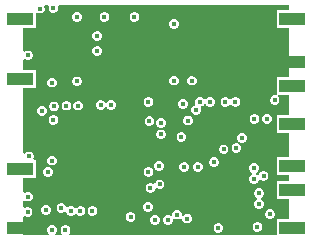
<source format=gbl>
G04*
G04 #@! TF.GenerationSoftware,Altium Limited,Altium Designer,23.3.1 (30)*
G04*
G04 Layer_Physical_Order=4*
G04 Layer_Color=16711680*
%FSLAX44Y44*%
%MOMM*%
G71*
G04*
G04 #@! TF.SameCoordinates,837CF2E7-3A67-4F18-B0B9-64CBEB55FE63*
G04*
G04*
G04 #@! TF.FilePolarity,Positive*
G04*
G01*
G75*
%ADD74R,2.2000X1.1000*%
%ADD75C,0.4064*%
%ADD76C,0.5000*%
%ADD77C,0.3556*%
G36*
X303610Y244222D02*
X293038D01*
Y229158D01*
X303610D01*
Y187222D01*
X293038D01*
Y172739D01*
X292349Y171869D01*
X291956Y171704D01*
X290602D01*
X289108Y171085D01*
X287965Y169942D01*
X287346Y168448D01*
Y166832D01*
X287965Y165338D01*
X289108Y164195D01*
X290602Y163576D01*
X292218D01*
X293712Y164195D01*
X294855Y165338D01*
X295474Y166832D01*
Y168448D01*
X294855Y169942D01*
X293909Y170888D01*
X294114Y171821D01*
X294299Y172158D01*
X303610D01*
Y155222D01*
X293038D01*
Y140158D01*
X303610D01*
Y119222D01*
X293038D01*
Y104158D01*
X303610D01*
Y99222D01*
X293038D01*
Y84158D01*
X303610D01*
Y67222D01*
X293038D01*
Y53390D01*
X117525D01*
X116999Y54660D01*
X117745Y55406D01*
X118364Y56900D01*
Y58517D01*
X117745Y60011D01*
X116602Y61154D01*
X115108Y61772D01*
X113492D01*
X111998Y61154D01*
X110855Y60011D01*
X110236Y58517D01*
Y56900D01*
X110855Y55406D01*
X111601Y54660D01*
X111075Y53390D01*
X106095D01*
X105569Y54660D01*
X106315Y55406D01*
X106934Y56900D01*
Y58517D01*
X106315Y60011D01*
X105172Y61154D01*
X103678Y61772D01*
X102062D01*
X100568Y61154D01*
X99425Y60011D01*
X98806Y58517D01*
Y56900D01*
X99425Y55406D01*
X100171Y54660D01*
X99645Y53390D01*
X78790D01*
Y69222D01*
X79471Y69605D01*
X80060Y69819D01*
X81433Y69250D01*
X83049D01*
X84543Y69869D01*
X85686Y71012D01*
X86305Y72505D01*
Y74122D01*
X85686Y75616D01*
X84543Y76759D01*
X83049Y77378D01*
X81433D01*
X80060Y76809D01*
X79471Y77023D01*
X78790Y77406D01*
Y82169D01*
X80060Y82695D01*
X80118Y82637D01*
X81611Y82018D01*
X83228D01*
X84722Y82637D01*
X85865Y83780D01*
X86484Y85274D01*
Y86891D01*
X85865Y88385D01*
X84722Y89528D01*
X83228Y90146D01*
X81611D01*
X80118Y89528D01*
X80060Y89469D01*
X78790Y89996D01*
Y102158D01*
X89232D01*
Y117222D01*
X87865D01*
X87142Y118492D01*
X87525Y119417D01*
Y121033D01*
X86906Y122527D01*
X85763Y123670D01*
X84269Y124289D01*
X82653D01*
X81159Y123670D01*
X80060Y122571D01*
X79827Y122582D01*
X78790Y122886D01*
Y177958D01*
X89232D01*
Y193022D01*
X78790D01*
Y201897D01*
X80060Y202423D01*
X80248Y202235D01*
X81742Y201616D01*
X83358D01*
X84852Y202235D01*
X85995Y203378D01*
X86614Y204872D01*
Y206488D01*
X85995Y207982D01*
X84852Y209125D01*
X83358Y209744D01*
X81742D01*
X80248Y209125D01*
X80060Y208937D01*
X78790Y209463D01*
Y229158D01*
X89232D01*
Y241234D01*
X90408Y241855D01*
X91902Y241236D01*
X93518D01*
X95012Y241855D01*
X96155Y242998D01*
X96774Y244492D01*
Y246108D01*
X96429Y246940D01*
X97206Y248210D01*
X99356D01*
X100204Y246940D01*
X100079Y246639D01*
Y245022D01*
X100698Y243528D01*
X101841Y242385D01*
X103335Y241766D01*
X104952D01*
X106445Y242385D01*
X107589Y243528D01*
X108207Y245022D01*
Y246639D01*
X108082Y246940D01*
X108931Y248210D01*
X303610D01*
Y244222D01*
D02*
G37*
%LPC*%
G36*
X173528Y242364D02*
X171912D01*
X170418Y241745D01*
X169275Y240602D01*
X168656Y239108D01*
Y237492D01*
X169275Y235998D01*
X170418Y234855D01*
X171912Y234236D01*
X173528D01*
X175022Y234855D01*
X176165Y235998D01*
X176784Y237492D01*
Y239108D01*
X176165Y240602D01*
X175022Y241745D01*
X173528Y242364D01*
D02*
G37*
G36*
X148128D02*
X146512D01*
X145018Y241745D01*
X143875Y240602D01*
X143256Y239108D01*
Y237492D01*
X143875Y235998D01*
X145018Y234855D01*
X146512Y234236D01*
X148128D01*
X149622Y234855D01*
X150765Y235998D01*
X151384Y237492D01*
Y239108D01*
X150765Y240602D01*
X149622Y241745D01*
X148128Y242364D01*
D02*
G37*
G36*
X124965Y242122D02*
X123349D01*
X121855Y241503D01*
X120712Y240360D01*
X120093Y238866D01*
Y237250D01*
X120712Y235756D01*
X121855Y234613D01*
X123349Y233994D01*
X124965D01*
X126459Y234613D01*
X127602Y235756D01*
X128221Y237250D01*
Y238866D01*
X127602Y240360D01*
X126459Y241503D01*
X124965Y242122D01*
D02*
G37*
G36*
X207028Y236344D02*
X205412D01*
X203918Y235725D01*
X202775Y234582D01*
X202156Y233088D01*
Y231472D01*
X202775Y229978D01*
X203918Y228835D01*
X205412Y228216D01*
X207028D01*
X208522Y228835D01*
X209665Y229978D01*
X210284Y231472D01*
Y233088D01*
X209665Y234582D01*
X208522Y235725D01*
X207028Y236344D01*
D02*
G37*
G36*
X142078Y226314D02*
X140462D01*
X138968Y225695D01*
X137825Y224552D01*
X137206Y223058D01*
Y221442D01*
X137825Y219948D01*
X138968Y218805D01*
X140462Y218186D01*
X142078D01*
X143572Y218805D01*
X144715Y219948D01*
X145334Y221442D01*
Y223058D01*
X144715Y224552D01*
X143572Y225695D01*
X142078Y226314D01*
D02*
G37*
G36*
Y213614D02*
X140462D01*
X138968Y212995D01*
X137825Y211852D01*
X137206Y210358D01*
Y208742D01*
X137825Y207248D01*
X138968Y206105D01*
X140462Y205486D01*
X142078D01*
X143572Y206105D01*
X144715Y207248D01*
X145334Y208742D01*
Y210358D01*
X144715Y211852D01*
X143572Y212995D01*
X142078Y213614D01*
D02*
G37*
G36*
X222028Y188344D02*
X220412D01*
X218918Y187725D01*
X217775Y186582D01*
X217156Y185088D01*
Y183472D01*
X217775Y181978D01*
X218918Y180835D01*
X220412Y180216D01*
X222028D01*
X223522Y180835D01*
X224665Y181978D01*
X225284Y183472D01*
Y185088D01*
X224665Y186582D01*
X223522Y187725D01*
X222028Y188344D01*
D02*
G37*
G36*
X207028D02*
X205412D01*
X203918Y187725D01*
X202775Y186582D01*
X202156Y185088D01*
Y183472D01*
X202775Y181978D01*
X203918Y180835D01*
X205412Y180216D01*
X207028D01*
X208522Y180835D01*
X209665Y181978D01*
X210284Y183472D01*
Y185088D01*
X209665Y186582D01*
X208522Y187725D01*
X207028Y188344D01*
D02*
G37*
G36*
X124981Y187723D02*
X123365D01*
X121871Y187104D01*
X120728Y185961D01*
X120109Y184467D01*
Y182850D01*
X120728Y181357D01*
X121871Y180214D01*
X123365Y179595D01*
X124981D01*
X126475Y180214D01*
X127618Y181357D01*
X128237Y182850D01*
Y184467D01*
X127618Y185961D01*
X126475Y187104D01*
X124981Y187723D01*
D02*
G37*
G36*
X103671Y186625D02*
X102054D01*
X100560Y186007D01*
X99417Y184864D01*
X98799Y183370D01*
Y181753D01*
X99417Y180259D01*
X100560Y179116D01*
X102054Y178498D01*
X103671D01*
X105165Y179116D01*
X106308Y180259D01*
X106926Y181753D01*
Y183370D01*
X106308Y184864D01*
X105165Y186007D01*
X103671Y186625D01*
D02*
G37*
G36*
X259058Y170434D02*
X257442D01*
X255948Y169815D01*
X254805Y168672D01*
X254687Y168389D01*
X253313D01*
X253195Y168672D01*
X252052Y169815D01*
X250558Y170434D01*
X248942D01*
X247448Y169815D01*
X246305Y168672D01*
X245686Y167178D01*
Y165562D01*
X246305Y164068D01*
X247448Y162925D01*
X248942Y162306D01*
X250558D01*
X252052Y162925D01*
X253195Y164068D01*
X253313Y164351D01*
X254687D01*
X254805Y164068D01*
X255948Y162925D01*
X257442Y162306D01*
X259058D01*
X260552Y162925D01*
X261695Y164068D01*
X262314Y165562D01*
Y167178D01*
X261695Y168672D01*
X260552Y169815D01*
X259058Y170434D01*
D02*
G37*
G36*
X237468D02*
X235852D01*
X234358Y169815D01*
X233215Y168672D01*
X233097Y168389D01*
X231723D01*
X231605Y168672D01*
X230462Y169815D01*
X228968Y170434D01*
X227352D01*
X225858Y169815D01*
X224715Y168672D01*
X224096Y167178D01*
Y165562D01*
X224373Y164892D01*
X224237Y163755D01*
X223716Y163413D01*
X222728Y163003D01*
X221585Y161860D01*
X220966Y160366D01*
Y158750D01*
X221585Y157256D01*
X222728Y156113D01*
X224222Y155494D01*
X225838D01*
X227332Y156113D01*
X228475Y157256D01*
X229094Y158750D01*
Y160366D01*
X228817Y161036D01*
X228953Y162173D01*
X229474Y162515D01*
X230462Y162925D01*
X231605Y164068D01*
X231723Y164351D01*
X233097D01*
X233215Y164068D01*
X234358Y162925D01*
X235852Y162306D01*
X237468D01*
X238962Y162925D01*
X240105Y164068D01*
X240724Y165562D01*
Y167178D01*
X240105Y168672D01*
X238962Y169815D01*
X237468Y170434D01*
D02*
G37*
G36*
X153788Y167894D02*
X152172D01*
X150678Y167275D01*
X149535Y166132D01*
X149277Y165511D01*
X147903D01*
X147645Y166132D01*
X146502Y167275D01*
X145008Y167894D01*
X143392D01*
X141898Y167275D01*
X140755Y166132D01*
X140136Y164638D01*
Y163022D01*
X140755Y161528D01*
X141898Y160385D01*
X143392Y159766D01*
X145008D01*
X146502Y160385D01*
X147645Y161528D01*
X147903Y162149D01*
X149277D01*
X149535Y161528D01*
X150678Y160385D01*
X152172Y159766D01*
X153788D01*
X155282Y160385D01*
X156425Y161528D01*
X157044Y163022D01*
Y164638D01*
X156425Y166132D01*
X155282Y167275D01*
X153788Y167894D01*
D02*
G37*
G36*
X185378Y170434D02*
X183762D01*
X182268Y169815D01*
X181125Y168672D01*
X180506Y167178D01*
Y165562D01*
X181125Y164068D01*
X182268Y162925D01*
X183762Y162306D01*
X185378D01*
X186872Y162925D01*
X188015Y164068D01*
X188634Y165562D01*
Y167178D01*
X188015Y168672D01*
X186872Y169815D01*
X185378Y170434D01*
D02*
G37*
G36*
X214493Y168421D02*
X212876D01*
X211383Y167802D01*
X210239Y166659D01*
X209621Y165165D01*
Y163549D01*
X210239Y162055D01*
X211383Y160912D01*
X212876Y160293D01*
X214493D01*
X215987Y160912D01*
X217130Y162055D01*
X217749Y163549D01*
Y165165D01*
X217130Y166659D01*
X215987Y167802D01*
X214493Y168421D01*
D02*
G37*
G36*
X125980Y167148D02*
X124363D01*
X122870Y166529D01*
X121727Y165386D01*
X121108Y163892D01*
Y162275D01*
X121727Y160781D01*
X122870Y159638D01*
X124363Y159020D01*
X125980D01*
X127474Y159638D01*
X128617Y160781D01*
X129236Y162275D01*
Y163892D01*
X128617Y165386D01*
X127474Y166529D01*
X125980Y167148D01*
D02*
G37*
G36*
X115973D02*
X114356D01*
X112863Y166529D01*
X111719Y165386D01*
X111101Y163892D01*
Y162275D01*
X111719Y160781D01*
X112863Y159638D01*
X114356Y159020D01*
X115973D01*
X117467Y159638D01*
X118610Y160781D01*
X119229Y162275D01*
Y163892D01*
X118610Y165386D01*
X117467Y166529D01*
X115973Y167148D01*
D02*
G37*
G36*
X105450Y166459D02*
X103833D01*
X102340Y165840D01*
X101196Y164697D01*
X100578Y163203D01*
Y161586D01*
X101196Y160093D01*
X102340Y158949D01*
X103833Y158331D01*
X105450D01*
X106944Y158949D01*
X108087Y160093D01*
X108706Y161586D01*
Y163203D01*
X108087Y164697D01*
X106944Y165840D01*
X105450Y166459D01*
D02*
G37*
G36*
X95116Y162848D02*
X93500D01*
X92006Y162229D01*
X90863Y161086D01*
X90244Y159592D01*
Y157976D01*
X90863Y156482D01*
X92006Y155339D01*
X93500Y154720D01*
X95116D01*
X96610Y155339D01*
X97753Y156482D01*
X98372Y157976D01*
Y159592D01*
X97753Y161086D01*
X96610Y162229D01*
X95116Y162848D01*
D02*
G37*
G36*
X285852Y156089D02*
X284235D01*
X282741Y155471D01*
X281598Y154327D01*
X280979Y152834D01*
Y151217D01*
X281598Y149723D01*
X282741Y148580D01*
X284235Y147962D01*
X285852D01*
X287345Y148580D01*
X288489Y149723D01*
X289107Y151217D01*
Y152834D01*
X288489Y154327D01*
X287345Y155471D01*
X285852Y156089D01*
D02*
G37*
G36*
X275128Y156084D02*
X273512D01*
X272018Y155465D01*
X270875Y154322D01*
X270256Y152828D01*
Y151212D01*
X270875Y149718D01*
X272018Y148575D01*
X273512Y147956D01*
X275128D01*
X276622Y148575D01*
X277765Y149718D01*
X278384Y151212D01*
Y152828D01*
X277765Y154322D01*
X276622Y155465D01*
X275128Y156084D01*
D02*
G37*
G36*
X104948Y155194D02*
X103332D01*
X101838Y154575D01*
X100695Y153432D01*
X100076Y151938D01*
Y150322D01*
X100695Y148828D01*
X101838Y147685D01*
X103332Y147066D01*
X104948D01*
X106442Y147685D01*
X107585Y148828D01*
X108204Y150322D01*
Y151938D01*
X107585Y153432D01*
X106442Y154575D01*
X104948Y155194D01*
D02*
G37*
G36*
X218959Y154560D02*
X217343D01*
X215849Y153942D01*
X214706Y152798D01*
X214087Y151305D01*
Y149688D01*
X214706Y148194D01*
X215849Y147051D01*
X217343Y146432D01*
X218959D01*
X220453Y147051D01*
X221596Y148194D01*
X222215Y149688D01*
Y151305D01*
X221596Y152798D01*
X220453Y153942D01*
X218959Y154560D01*
D02*
G37*
G36*
X186228Y153924D02*
X184612D01*
X183118Y153305D01*
X181975Y152162D01*
X181356Y150668D01*
Y149052D01*
X181975Y147558D01*
X183118Y146415D01*
X184612Y145796D01*
X186228D01*
X187722Y146415D01*
X188865Y147558D01*
X189484Y149052D01*
Y150668D01*
X188865Y152162D01*
X187722Y153305D01*
X186228Y153924D01*
D02*
G37*
G36*
X196198Y152654D02*
X194582D01*
X193088Y152035D01*
X191945Y150892D01*
X191326Y149398D01*
Y147782D01*
X191945Y146288D01*
X193088Y145145D01*
X194582Y144526D01*
X196198D01*
X197692Y145145D01*
X198835Y146288D01*
X199454Y147782D01*
Y149398D01*
X198835Y150892D01*
X197692Y152035D01*
X196198Y152654D01*
D02*
G37*
G36*
X196150Y142835D02*
X194533D01*
X193039Y142217D01*
X191896Y141073D01*
X191277Y139580D01*
Y137963D01*
X191896Y136469D01*
X193039Y135326D01*
X194533Y134707D01*
X196150D01*
X197643Y135326D01*
X198787Y136469D01*
X199405Y137963D01*
Y139580D01*
X198787Y141073D01*
X197643Y142217D01*
X196150Y142835D01*
D02*
G37*
G36*
X213244Y140680D02*
X211627D01*
X210133Y140062D01*
X208990Y138918D01*
X208371Y137425D01*
Y135808D01*
X208990Y134314D01*
X210133Y133171D01*
X211627Y132552D01*
X213244D01*
X214737Y133171D01*
X215881Y134314D01*
X216499Y135808D01*
Y137425D01*
X215881Y138918D01*
X214737Y140062D01*
X213244Y140680D01*
D02*
G37*
G36*
X264438Y139763D02*
X262822D01*
X261328Y139144D01*
X260185Y138001D01*
X259566Y136507D01*
Y134891D01*
X260185Y133397D01*
X261328Y132254D01*
X262822Y131635D01*
X264438D01*
X265932Y132254D01*
X267075Y133397D01*
X267694Y134891D01*
Y136507D01*
X267075Y138001D01*
X265932Y139144D01*
X264438Y139763D01*
D02*
G37*
G36*
X259798Y131273D02*
X258181D01*
X256687Y130655D01*
X255544Y129511D01*
X254925Y128018D01*
Y126401D01*
X255544Y124907D01*
X256687Y123764D01*
X258181Y123145D01*
X259798D01*
X261292Y123764D01*
X262435Y124907D01*
X263053Y126401D01*
Y128018D01*
X262435Y129511D01*
X261292Y130655D01*
X259798Y131273D01*
D02*
G37*
G36*
X249096Y130169D02*
X247479D01*
X245985Y129550D01*
X244842Y128407D01*
X244223Y126913D01*
Y125296D01*
X244842Y123803D01*
X245985Y122659D01*
X247479Y122041D01*
X249096D01*
X250590Y122659D01*
X251733Y123803D01*
X252351Y125296D01*
Y126913D01*
X251733Y128407D01*
X250590Y129550D01*
X249096Y130169D01*
D02*
G37*
G36*
X103718Y120610D02*
X102102D01*
X100608Y119991D01*
X99465Y118848D01*
X98846Y117354D01*
Y115738D01*
X99465Y114244D01*
X100608Y113101D01*
X102102Y112482D01*
X103718D01*
X105212Y113101D01*
X106355Y114244D01*
X106974Y115738D01*
Y117354D01*
X106355Y118848D01*
X105212Y119991D01*
X103718Y120610D01*
D02*
G37*
G36*
X240908Y119216D02*
X239292D01*
X237798Y118598D01*
X236655Y117455D01*
X236036Y115961D01*
Y114344D01*
X236655Y112850D01*
X237798Y111707D01*
X239292Y111088D01*
X240908D01*
X242402Y111707D01*
X243545Y112850D01*
X244164Y114344D01*
Y115961D01*
X243545Y117455D01*
X242402Y118598D01*
X240908Y119216D01*
D02*
G37*
G36*
X194316Y116138D02*
X192699D01*
X191205Y115520D01*
X190062Y114376D01*
X189443Y112883D01*
Y111266D01*
X190062Y109772D01*
X191205Y108629D01*
X192699Y108011D01*
X194316D01*
X195809Y108629D01*
X196953Y109772D01*
X197571Y111266D01*
Y112883D01*
X196953Y114376D01*
X195809Y115520D01*
X194316Y116138D01*
D02*
G37*
G36*
X227128Y115382D02*
X225512D01*
X224018Y114763D01*
X222875Y113620D01*
X222256Y112126D01*
Y110510D01*
X222875Y109016D01*
X224018Y107873D01*
X225512Y107254D01*
X227128D01*
X228622Y107873D01*
X229765Y109016D01*
X230384Y110510D01*
Y112126D01*
X229765Y113620D01*
X228622Y114763D01*
X227128Y115382D01*
D02*
G37*
G36*
X215698D02*
X214082D01*
X212588Y114763D01*
X211445Y113620D01*
X210826Y112126D01*
Y110510D01*
X211445Y109016D01*
X212588Y107873D01*
X214082Y107254D01*
X215698D01*
X217192Y107873D01*
X218335Y109016D01*
X218954Y110510D01*
Y112126D01*
X218335Y113620D01*
X217192Y114763D01*
X215698Y115382D01*
D02*
G37*
G36*
X185413Y111055D02*
X183796D01*
X182303Y110436D01*
X181159Y109293D01*
X180541Y107799D01*
Y106182D01*
X181159Y104689D01*
X182303Y103546D01*
X183796Y102927D01*
X185413D01*
X186907Y103546D01*
X188050Y104689D01*
X188669Y106182D01*
Y107799D01*
X188050Y109293D01*
X186907Y110436D01*
X185413Y111055D01*
D02*
G37*
G36*
X100389Y111036D02*
X98772D01*
X97278Y110417D01*
X96135Y109274D01*
X95516Y107781D01*
Y106164D01*
X96135Y104670D01*
X97278Y103527D01*
X98772Y102908D01*
X100389D01*
X101882Y103527D01*
X103026Y104670D01*
X103644Y106164D01*
Y107781D01*
X103026Y109274D01*
X101882Y110417D01*
X100389Y111036D01*
D02*
G37*
G36*
X274756Y114249D02*
X273139D01*
X271646Y113630D01*
X270503Y112487D01*
X269884Y110993D01*
Y109376D01*
X270503Y107883D01*
X271646Y106740D01*
X272585Y106351D01*
Y104976D01*
X271646Y104587D01*
X270503Y103444D01*
X269884Y101950D01*
Y100333D01*
X270503Y98840D01*
X271646Y97697D01*
X273139Y97078D01*
X274756D01*
X276250Y97697D01*
X277393Y98840D01*
X277964Y100219D01*
X278511Y100477D01*
X279282Y100698D01*
X279721Y100258D01*
X281215Y99640D01*
X282831D01*
X284325Y100258D01*
X285468Y101402D01*
X286087Y102895D01*
Y104512D01*
X285468Y106006D01*
X284325Y107149D01*
X282831Y107768D01*
X281215D01*
X279721Y107149D01*
X278578Y106006D01*
X278006Y104627D01*
X277460Y104369D01*
X276689Y104148D01*
X276250Y104587D01*
X275311Y104976D01*
Y106351D01*
X276250Y106740D01*
X277393Y107883D01*
X278012Y109376D01*
Y110993D01*
X277393Y112487D01*
X276250Y113630D01*
X274756Y114249D01*
D02*
G37*
G36*
X194843Y100575D02*
X193227D01*
X191733Y99956D01*
X190590Y98813D01*
X189971Y97319D01*
Y97197D01*
X188701Y96671D01*
X188603Y96768D01*
X187110Y97387D01*
X185493D01*
X183999Y96768D01*
X182856Y95625D01*
X182237Y94131D01*
Y92515D01*
X182856Y91021D01*
X183999Y89878D01*
X185493Y89259D01*
X187110D01*
X188603Y89878D01*
X189746Y91021D01*
X190365Y92515D01*
Y92637D01*
X191635Y93163D01*
X191733Y93066D01*
X193227Y92447D01*
X194843D01*
X196337Y93066D01*
X197480Y94209D01*
X198099Y95702D01*
Y97319D01*
X197480Y98813D01*
X196337Y99956D01*
X194843Y100575D01*
D02*
G37*
G36*
X278912Y92996D02*
X277295D01*
X275801Y92377D01*
X274658Y91234D01*
X274039Y89740D01*
Y88123D01*
X274658Y86630D01*
X275801Y85486D01*
X276740Y85098D01*
Y83723D01*
X275801Y83334D01*
X274658Y82191D01*
X274039Y80697D01*
Y79080D01*
X274658Y77587D01*
X275801Y76444D01*
X277295Y75825D01*
X278912D01*
X280406Y76444D01*
X281549Y77587D01*
X282167Y79080D01*
Y80697D01*
X281549Y82191D01*
X280406Y83334D01*
X279467Y83723D01*
Y85098D01*
X280406Y85486D01*
X281549Y86630D01*
X282167Y88123D01*
Y89740D01*
X281549Y91234D01*
X280406Y92377D01*
X278912Y92996D01*
D02*
G37*
G36*
X184958Y81534D02*
X183342D01*
X181848Y80915D01*
X180705Y79772D01*
X180086Y78278D01*
Y76662D01*
X180705Y75168D01*
X181848Y74025D01*
X183342Y73406D01*
X184958D01*
X186452Y74025D01*
X187595Y75168D01*
X188214Y76662D01*
Y78278D01*
X187595Y79772D01*
X186452Y80915D01*
X184958Y81534D01*
D02*
G37*
G36*
X98598Y78994D02*
X96982D01*
X95488Y78375D01*
X94345Y77232D01*
X93726Y75738D01*
Y74122D01*
X94345Y72628D01*
X95488Y71485D01*
X96982Y70866D01*
X98598D01*
X100092Y71485D01*
X101235Y72628D01*
X101854Y74122D01*
Y75738D01*
X101235Y77232D01*
X100092Y78375D01*
X98598Y78994D01*
D02*
G37*
G36*
X137968Y77914D02*
X136352D01*
X134858Y77295D01*
X133715Y76152D01*
X133096Y74658D01*
Y73042D01*
X133715Y71548D01*
X134858Y70405D01*
X136352Y69786D01*
X137968D01*
X139462Y70405D01*
X140605Y71548D01*
X141224Y73042D01*
Y74658D01*
X140605Y76152D01*
X139462Y77295D01*
X137968Y77914D01*
D02*
G37*
G36*
X111680Y80646D02*
X110063D01*
X108569Y80027D01*
X107426Y78884D01*
X106808Y77390D01*
Y75773D01*
X107426Y74279D01*
X108569Y73136D01*
X110063Y72518D01*
X111680D01*
X113174Y73136D01*
X113666Y73629D01*
X114936Y73103D01*
Y72887D01*
X115555Y71393D01*
X116698Y70250D01*
X118192Y69631D01*
X119809D01*
X121302Y70250D01*
X122303Y71251D01*
X122813Y71372D01*
X123788Y71315D01*
X124698Y70405D01*
X126192Y69786D01*
X127808D01*
X129302Y70405D01*
X130445Y71548D01*
X131064Y73042D01*
Y74658D01*
X130445Y76152D01*
X129302Y77295D01*
X127808Y77914D01*
X126192D01*
X124698Y77295D01*
X123697Y76294D01*
X123187Y76174D01*
X122212Y76231D01*
X121302Y77141D01*
X119809Y77759D01*
X118192D01*
X116698Y77141D01*
X116206Y76648D01*
X114936Y77174D01*
Y77390D01*
X114317Y78884D01*
X113174Y80027D01*
X111680Y80646D01*
D02*
G37*
G36*
X209659Y74889D02*
X208042D01*
X206548Y74271D01*
X205405Y73127D01*
X204786Y71634D01*
Y70099D01*
X204563Y69903D01*
X203652Y69438D01*
X203429Y69660D01*
X201936Y70279D01*
X200319D01*
X198825Y69660D01*
X197682Y68517D01*
X197063Y67023D01*
Y65406D01*
X197682Y63912D01*
X198825Y62769D01*
X200319Y62151D01*
X201936D01*
X203429Y62769D01*
X204573Y63912D01*
X205191Y65406D01*
Y66941D01*
X205414Y67137D01*
X206326Y67602D01*
X206548Y67380D01*
X208042Y66761D01*
X209659D01*
X211152Y67380D01*
X212099Y68327D01*
X213036Y68116D01*
X213366Y67934D01*
Y66702D01*
X213985Y65209D01*
X215128Y64065D01*
X216622Y63446D01*
X218238D01*
X219732Y64065D01*
X220875Y65209D01*
X221494Y66702D01*
Y68319D01*
X220875Y69813D01*
X219732Y70956D01*
X218238Y71575D01*
X216622D01*
X215128Y70956D01*
X214181Y70009D01*
X213244Y70220D01*
X212914Y70402D01*
Y71634D01*
X212295Y73127D01*
X211152Y74271D01*
X209659Y74889D01*
D02*
G37*
G36*
X288408Y75184D02*
X286792D01*
X285298Y74565D01*
X284155Y73422D01*
X283536Y71928D01*
Y70312D01*
X284155Y68818D01*
X285298Y67675D01*
X286792Y67056D01*
X288408D01*
X289902Y67675D01*
X291045Y68818D01*
X291664Y70312D01*
Y71928D01*
X291045Y73422D01*
X289902Y74565D01*
X288408Y75184D01*
D02*
G37*
G36*
X170239Y72820D02*
X168622D01*
X167129Y72201D01*
X165985Y71058D01*
X165367Y69564D01*
Y67947D01*
X165985Y66454D01*
X167129Y65310D01*
X168622Y64692D01*
X170239D01*
X171733Y65310D01*
X172876Y66454D01*
X173495Y67947D01*
Y69564D01*
X172876Y71058D01*
X171733Y72201D01*
X170239Y72820D01*
D02*
G37*
G36*
X190936Y70279D02*
X189319D01*
X187825Y69660D01*
X186682Y68517D01*
X186063Y67023D01*
Y65406D01*
X186682Y63912D01*
X187825Y62769D01*
X189319Y62151D01*
X190936D01*
X192429Y62769D01*
X193573Y63912D01*
X194191Y65406D01*
Y67023D01*
X193573Y68517D01*
X192429Y69660D01*
X190936Y70279D01*
D02*
G37*
G36*
X277668Y64313D02*
X276052D01*
X274558Y63694D01*
X273415Y62551D01*
X272796Y61057D01*
Y59440D01*
X273415Y57946D01*
X274558Y56803D01*
X276052Y56185D01*
X277668D01*
X279162Y56803D01*
X280305Y57946D01*
X280924Y59440D01*
Y61057D01*
X280305Y62551D01*
X279162Y63694D01*
X277668Y64313D01*
D02*
G37*
G36*
X244624Y63754D02*
X243007D01*
X241514Y63135D01*
X240370Y61992D01*
X239752Y60498D01*
Y58882D01*
X240370Y57388D01*
X241514Y56245D01*
X243007Y55626D01*
X244624D01*
X246118Y56245D01*
X247261Y57388D01*
X247880Y58882D01*
Y60498D01*
X247261Y61992D01*
X246118Y63135D01*
X244624Y63754D01*
D02*
G37*
%LPD*%
D74*
X306070Y147690D02*
D03*
Y111690D02*
D03*
Y236690D02*
D03*
Y199690D02*
D03*
Y91690D02*
D03*
Y179690D02*
D03*
X76200Y185490D02*
D03*
Y109690D02*
D03*
Y236690D02*
D03*
Y59690D02*
D03*
X306070Y59690D02*
D03*
D75*
X285043Y152025D02*
D03*
X111814Y188305D02*
D03*
X147896Y178507D02*
D03*
X208850Y70825D02*
D03*
X99580Y106972D02*
D03*
X104140Y151130D02*
D03*
X119000Y73695D02*
D03*
X184605Y106991D02*
D03*
X289523Y244999D02*
D03*
X130036Y226010D02*
D03*
X92710Y229870D02*
D03*
X106312Y189449D02*
D03*
X83461Y120225D02*
D03*
X97790Y74930D02*
D03*
X82241Y73314D02*
D03*
X248287Y126105D02*
D03*
X296466Y78233D02*
D03*
X152980Y163830D02*
D03*
X104143Y245830D02*
D03*
X92710Y245300D02*
D03*
X144200Y163830D02*
D03*
X190127Y66214D02*
D03*
X212435Y136616D02*
D03*
X218151Y150496D02*
D03*
X225030Y159558D02*
D03*
X201127Y66214D02*
D03*
X184150Y77470D02*
D03*
X110872Y76582D02*
D03*
X114300Y57709D02*
D03*
X102870D02*
D03*
X82420Y86082D02*
D03*
X102910Y116546D02*
D03*
X82331Y96712D02*
D03*
X206220Y232280D02*
D03*
X267970Y166370D02*
D03*
X221220Y184280D02*
D03*
X206220D02*
D03*
X249750Y166370D02*
D03*
X236660D02*
D03*
X228160D02*
D03*
X258250D02*
D03*
X291410Y167640D02*
D03*
X274320Y152020D02*
D03*
Y160020D02*
D03*
X263630Y135699D02*
D03*
X258989Y127209D02*
D03*
X282023Y103704D02*
D03*
X287600Y71120D02*
D03*
X84114Y130810D02*
D03*
X124173Y183659D02*
D03*
X116602D02*
D03*
X113847Y217418D02*
D03*
X102870Y207010D02*
D03*
X102863Y182561D02*
D03*
X82550Y205680D02*
D03*
Y224210D02*
D03*
X124157Y245629D02*
D03*
Y238058D02*
D03*
X141270Y209550D02*
D03*
Y222250D02*
D03*
X172720Y238300D02*
D03*
X147320D02*
D03*
X147196Y184454D02*
D03*
X94308Y158784D02*
D03*
Y166784D02*
D03*
X104642Y170395D02*
D03*
X115165Y171084D02*
D03*
X125172D02*
D03*
X115165Y163084D02*
D03*
X104642Y162395D02*
D03*
X125172Y163084D02*
D03*
X184570Y166370D02*
D03*
X213685Y164357D02*
D03*
X185420Y149860D02*
D03*
X195341Y138771D02*
D03*
X195390Y148590D02*
D03*
X213685Y156314D02*
D03*
X203580Y158750D02*
D03*
X203390Y148590D02*
D03*
X225766Y125730D02*
D03*
X193507Y112074D02*
D03*
X201507D02*
D03*
X194035Y96511D02*
D03*
X202035D02*
D03*
X214890Y111318D02*
D03*
Y103747D02*
D03*
X226320Y111318D02*
D03*
X240100Y115152D02*
D03*
X248100D02*
D03*
X226320Y103747D02*
D03*
X282023Y112704D02*
D03*
X273948Y110185D02*
D03*
Y101142D02*
D03*
X278104Y88932D02*
D03*
Y79889D02*
D03*
X276860Y60248D02*
D03*
X263940Y61800D02*
D03*
X246380Y85090D02*
D03*
X254662Y91436D02*
D03*
X254355Y84438D02*
D03*
X246380Y91440D02*
D03*
X243816Y59690D02*
D03*
X236244D02*
D03*
X217430Y84054D02*
D03*
Y67510D02*
D03*
X200038Y56415D02*
D03*
X169431Y68756D02*
D03*
X177431Y68506D02*
D03*
X180341Y57076D02*
D03*
X159390Y57664D02*
D03*
X148890Y65164D02*
D03*
X137160Y65850D02*
D03*
X127000D02*
D03*
X137160Y73850D02*
D03*
X127000D02*
D03*
X186301Y93323D02*
D03*
D76*
X240030Y147320D02*
D03*
X121510Y141380D02*
D03*
X132510D02*
D03*
X143510D02*
D03*
X154510D02*
D03*
X165510D02*
D03*
X121510Y130380D02*
D03*
X132510D02*
D03*
X143510D02*
D03*
X154510D02*
D03*
X165510D02*
D03*
X121510Y119380D02*
D03*
X132510D02*
D03*
X143510D02*
D03*
X154510D02*
D03*
X165510D02*
D03*
X121510Y108380D02*
D03*
X132510D02*
D03*
X143510D02*
D03*
X154510D02*
D03*
X165510D02*
D03*
X121510Y97380D02*
D03*
X132510D02*
D03*
X143510D02*
D03*
X154510D02*
D03*
X165510D02*
D03*
D77*
X300410Y167640D02*
D03*
M02*

</source>
